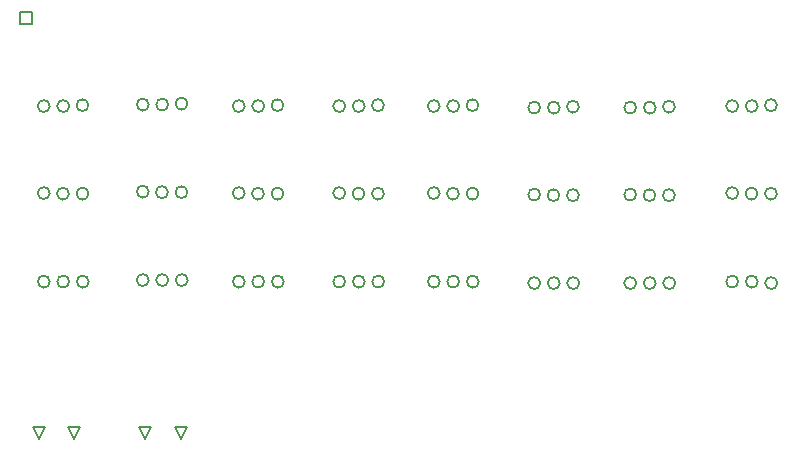
<source format=gbr>
%TF.GenerationSoftware,Altium Limited,Altium Designer,24.3.1 (35)*%
G04 Layer_Color=2752767*
%FSLAX45Y45*%
%MOMM*%
%TF.SameCoordinates,A20972E9-028A-4597-9386-5314E3457622*%
%TF.FilePolarity,Positive*%
%TF.FileFunction,Drawing*%
%TF.Part,Single*%
G01*
G75*
%TA.AperFunction,NonConductor*%
%ADD30C,0.16933*%
%ADD32C,0.12700*%
D30*
X622300Y1778000D02*
G03*
X622300Y1778000I-50800J0D01*
G01*
X5422900Y3251200D02*
G03*
X5422900Y3251200I-50800J0D01*
G01*
X5585598Y3258810D02*
G03*
X5585598Y3258810I-50800J0D01*
G01*
X619898Y3271510D02*
G03*
X619898Y3271510I-50800J0D01*
G01*
X1130300Y1790700D02*
G03*
X1130300Y1790700I-50800J0D01*
G01*
X6286500Y1778000D02*
G03*
X6286500Y1778000I-50800J0D01*
G01*
X6451600Y1765300D02*
G03*
X6451600Y1765300I-50800J0D01*
G01*
X6449198Y2522210D02*
G03*
X6449198Y2522210I-50800J0D01*
G01*
X6284098D02*
G03*
X6284098Y2522210I-50800J0D01*
G01*
X6121400Y3263900D02*
G03*
X6121400Y3263900I-50800J0D01*
G01*
X6286500D02*
G03*
X6286500Y3263900I-50800J0D01*
G01*
X6449198Y3271510D02*
G03*
X6449198Y3271510I-50800J0D01*
G01*
X6121400Y1778000D02*
G03*
X6121400Y1778000I-50800J0D01*
G01*
Y2527300D02*
G03*
X6121400Y2527300I-50800J0D01*
G01*
X5585598Y2509510D02*
G03*
X5585598Y2509510I-50800J0D01*
G01*
X5420498D02*
G03*
X5420498Y2509510I-50800J0D01*
G01*
X5257800Y3251200D02*
G03*
X5257800Y3251200I-50800J0D01*
G01*
Y1765300D02*
G03*
X5257800Y1765300I-50800J0D01*
G01*
X5422900D02*
G03*
X5422900Y1765300I-50800J0D01*
G01*
X5588000D02*
G03*
X5588000Y1765300I-50800J0D01*
G01*
X5257800Y2514600D02*
G03*
X5257800Y2514600I-50800J0D01*
G01*
X4772798Y2509510D02*
G03*
X4772798Y2509510I-50800J0D01*
G01*
X4607698D02*
G03*
X4607698Y2509510I-50800J0D01*
G01*
X4445000Y3251200D02*
G03*
X4445000Y3251200I-50800J0D01*
G01*
X4610100D02*
G03*
X4610100Y3251200I-50800J0D01*
G01*
X4772798Y3258810D02*
G03*
X4772798Y3258810I-50800J0D01*
G01*
X4445000Y1765300D02*
G03*
X4445000Y1765300I-50800J0D01*
G01*
X4610100D02*
G03*
X4610100Y1765300I-50800J0D01*
G01*
X4775200D02*
G03*
X4775200Y1765300I-50800J0D01*
G01*
X4445000Y2514600D02*
G03*
X4445000Y2514600I-50800J0D01*
G01*
X3921898Y2522210D02*
G03*
X3921898Y2522210I-50800J0D01*
G01*
X3756798D02*
G03*
X3756798Y2522210I-50800J0D01*
G01*
X3594100Y3263900D02*
G03*
X3594100Y3263900I-50800J0D01*
G01*
X3759200D02*
G03*
X3759200Y3263900I-50800J0D01*
G01*
X3921898Y3271510D02*
G03*
X3921898Y3271510I-50800J0D01*
G01*
X3594100Y1778000D02*
G03*
X3594100Y1778000I-50800J0D01*
G01*
X3759200D02*
G03*
X3759200Y1778000I-50800J0D01*
G01*
X3924300D02*
G03*
X3924300Y1778000I-50800J0D01*
G01*
X3594100Y2527300D02*
G03*
X3594100Y2527300I-50800J0D01*
G01*
X3121798Y2522210D02*
G03*
X3121798Y2522210I-50800J0D01*
G01*
X2956698D02*
G03*
X2956698Y2522210I-50800J0D01*
G01*
X2794000Y3263900D02*
G03*
X2794000Y3263900I-50800J0D01*
G01*
X2959100D02*
G03*
X2959100Y3263900I-50800J0D01*
G01*
X3121798Y3271510D02*
G03*
X3121798Y3271510I-50800J0D01*
G01*
X2794000Y1778000D02*
G03*
X2794000Y1778000I-50800J0D01*
G01*
X2959100D02*
G03*
X2959100Y1778000I-50800J0D01*
G01*
X3124200D02*
G03*
X3124200Y1778000I-50800J0D01*
G01*
X2794000Y2527300D02*
G03*
X2794000Y2527300I-50800J0D01*
G01*
X2270898Y2522210D02*
G03*
X2270898Y2522210I-50800J0D01*
G01*
X2105798D02*
G03*
X2105798Y2522210I-50800J0D01*
G01*
X1943100Y3263900D02*
G03*
X1943100Y3263900I-50800J0D01*
G01*
X2108200D02*
G03*
X2108200Y3263900I-50800J0D01*
G01*
X2270898Y3271510D02*
G03*
X2270898Y3271510I-50800J0D01*
G01*
X1943100Y1778000D02*
G03*
X1943100Y1778000I-50800J0D01*
G01*
X2108200D02*
G03*
X2108200Y1778000I-50800J0D01*
G01*
X2273300D02*
G03*
X2273300Y1778000I-50800J0D01*
G01*
X1943100Y2527300D02*
G03*
X1943100Y2527300I-50800J0D01*
G01*
X1458098Y2534910D02*
G03*
X1458098Y2534910I-50800J0D01*
G01*
X1292998D02*
G03*
X1292998Y2534910I-50800J0D01*
G01*
X1130300Y3276600D02*
G03*
X1130300Y3276600I-50800J0D01*
G01*
X1295400D02*
G03*
X1295400Y3276600I-50800J0D01*
G01*
X1458098Y3284210D02*
G03*
X1458098Y3284210I-50800J0D01*
G01*
X1295400Y1790700D02*
G03*
X1295400Y1790700I-50800J0D01*
G01*
X1460500D02*
G03*
X1460500Y1790700I-50800J0D01*
G01*
X1130300Y2540000D02*
G03*
X1130300Y2540000I-50800J0D01*
G01*
X292100Y2527300D02*
G03*
X292100Y2527300I-50800J0D01*
G01*
X457200Y1778000D02*
G03*
X457200Y1778000I-50800J0D01*
G01*
X292100D02*
G03*
X292100Y1778000I-50800J0D01*
G01*
X457200Y3263900D02*
G03*
X457200Y3263900I-50800J0D01*
G01*
X292100D02*
G03*
X292100Y3263900I-50800J0D01*
G01*
X454798Y2522210D02*
G03*
X454798Y2522210I-50800J0D01*
G01*
X619898D02*
G03*
X619898Y2522210I-50800J0D01*
G01*
D32*
X1100000Y449200D02*
X1049200Y550800D01*
X1150800D01*
X1100000Y449200D01*
X1400000D02*
X1349200Y550800D01*
X1450800D01*
X1400000Y449200D01*
X200000D02*
X149200Y550800D01*
X250800D01*
X200000Y449200D01*
X500000D02*
X449200Y550800D01*
X550800D01*
X500000Y449200D01*
X38100Y3962400D02*
Y4064000D01*
X139700D01*
Y3962400D01*
X38100D01*
%TF.MD5,db6c70132a6d4a2b2410a4b6be0db7f2*%
M02*

</source>
